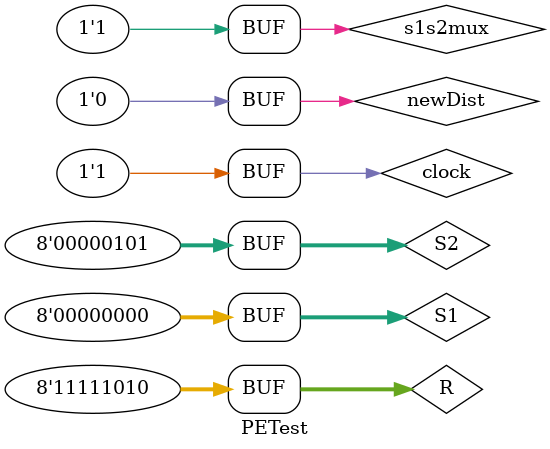
<source format=v>
`timescale 1ns/1ps
module PETest;
reg clock;
reg [7:0] R, S1, S2;
reg s1s2mux, newDist;

wire [7:0] Accumulate, Rpipe;

PE uut (clock, R, S1, S2, s1s2mux, newDist, Accumulate, Rpipe);
initial begin
	R = 3; S1 = 0; S2 = 5; s1s2mux =0; newDist = 1; 
	clock = 0; #5; clock = 1; #5; clock = 0; #5; clock = 1; #5;
	s1s2mux = 1; newDist = 0; 
	clock = 0; #5; clock = 1; #5; clock = 0; #5; clock = 1; #5; clock = 0; #5 clock = 1; #5;
	R = 250;
	clock = 0; #5; clock = 1; #5; clock = 0; #5; clock = 1; #5; clock = 0; #5 clock = 1; #5;
	end 
endmodule 
</source>
